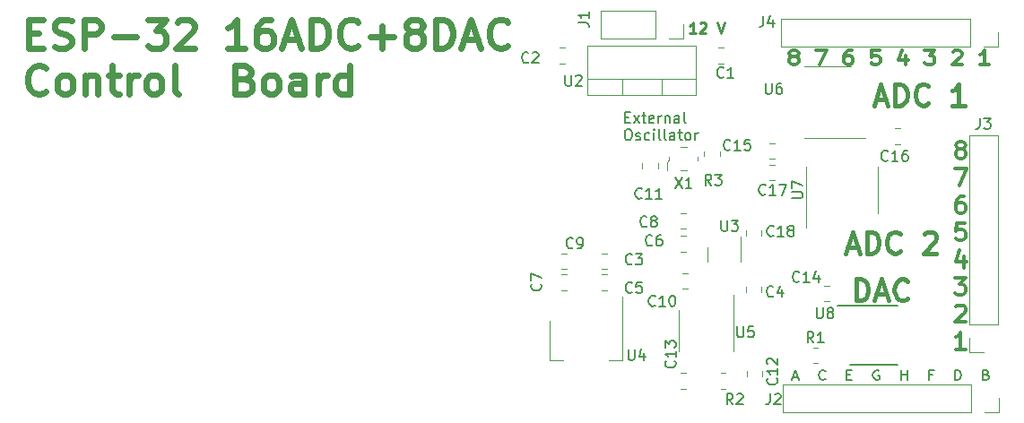
<source format=gbr>
%TF.GenerationSoftware,KiCad,Pcbnew,(6.0.5-0)*%
%TF.CreationDate,2022-06-25T01:47:51+01:00*%
%TF.ProjectId,revised_minh_design,72657669-7365-4645-9f6d-696e685f6465,rev?*%
%TF.SameCoordinates,Original*%
%TF.FileFunction,Legend,Top*%
%TF.FilePolarity,Positive*%
%FSLAX46Y46*%
G04 Gerber Fmt 4.6, Leading zero omitted, Abs format (unit mm)*
G04 Created by KiCad (PCBNEW (6.0.5-0)) date 2022-06-25 01:47:51*
%MOMM*%
%LPD*%
G01*
G04 APERTURE LIST*
%ADD10C,0.400000*%
%ADD11C,0.200000*%
%ADD12C,0.300000*%
%ADD13C,0.150000*%
%ADD14C,0.600000*%
%ADD15C,0.250000*%
%ADD16C,0.120000*%
G04 APERTURE END LIST*
D10*
X128905523Y-62563333D02*
X129857904Y-62563333D01*
X128715047Y-63134761D02*
X129381714Y-61134761D01*
X130048380Y-63134761D01*
X130715047Y-63134761D02*
X130715047Y-61134761D01*
X131191238Y-61134761D01*
X131476952Y-61230000D01*
X131667428Y-61420476D01*
X131762666Y-61610952D01*
X131857904Y-61991904D01*
X131857904Y-62277619D01*
X131762666Y-62658571D01*
X131667428Y-62849047D01*
X131476952Y-63039523D01*
X131191238Y-63134761D01*
X130715047Y-63134761D01*
X133857904Y-62944285D02*
X133762666Y-63039523D01*
X133476952Y-63134761D01*
X133286476Y-63134761D01*
X133000761Y-63039523D01*
X132810285Y-62849047D01*
X132715047Y-62658571D01*
X132619809Y-62277619D01*
X132619809Y-61991904D01*
X132715047Y-61610952D01*
X132810285Y-61420476D01*
X133000761Y-61230000D01*
X133286476Y-61134761D01*
X133476952Y-61134761D01*
X133762666Y-61230000D01*
X133857904Y-61325238D01*
X136143619Y-61325238D02*
X136238857Y-61230000D01*
X136429333Y-61134761D01*
X136905523Y-61134761D01*
X137096000Y-61230000D01*
X137191238Y-61325238D01*
X137286476Y-61515714D01*
X137286476Y-61706190D01*
X137191238Y-61991904D01*
X136048380Y-63134761D01*
X137286476Y-63134761D01*
D11*
X123723523Y-74826000D02*
X124214000Y-74826000D01*
X123625428Y-75083142D02*
X123968761Y-74183142D01*
X124312095Y-75083142D01*
X126813523Y-74997428D02*
X126764476Y-75040285D01*
X126617333Y-75083142D01*
X126519238Y-75083142D01*
X126372095Y-75040285D01*
X126274000Y-74954571D01*
X126224952Y-74868857D01*
X126175904Y-74697428D01*
X126175904Y-74568857D01*
X126224952Y-74397428D01*
X126274000Y-74311714D01*
X126372095Y-74226000D01*
X126519238Y-74183142D01*
X126617333Y-74183142D01*
X126764476Y-74226000D01*
X126813523Y-74268857D01*
X128824476Y-74611714D02*
X129167809Y-74611714D01*
X129314952Y-75083142D02*
X128824476Y-75083142D01*
X128824476Y-74183142D01*
X129314952Y-74183142D01*
X131865428Y-74226000D02*
X131767333Y-74183142D01*
X131620190Y-74183142D01*
X131473047Y-74226000D01*
X131374952Y-74311714D01*
X131325904Y-74397428D01*
X131276857Y-74568857D01*
X131276857Y-74697428D01*
X131325904Y-74868857D01*
X131374952Y-74954571D01*
X131473047Y-75040285D01*
X131620190Y-75083142D01*
X131718285Y-75083142D01*
X131865428Y-75040285D01*
X131914476Y-74997428D01*
X131914476Y-74697428D01*
X131718285Y-74697428D01*
X133925428Y-75083142D02*
X133925428Y-74183142D01*
X133925428Y-74611714D02*
X134514000Y-74611714D01*
X134514000Y-75083142D02*
X134514000Y-74183142D01*
X136917333Y-74611714D02*
X136574000Y-74611714D01*
X136574000Y-75083142D02*
X136574000Y-74183142D01*
X137064476Y-74183142D01*
X139026380Y-75083142D02*
X139026380Y-74183142D01*
X139271619Y-74183142D01*
X139418761Y-74226000D01*
X139516857Y-74311714D01*
X139565904Y-74397428D01*
X139614952Y-74568857D01*
X139614952Y-74697428D01*
X139565904Y-74868857D01*
X139516857Y-74954571D01*
X139418761Y-75040285D01*
X139271619Y-75083142D01*
X139026380Y-75083142D01*
X141969238Y-74611714D02*
X142116380Y-74654571D01*
X142165428Y-74697428D01*
X142214476Y-74783142D01*
X142214476Y-74911714D01*
X142165428Y-74997428D01*
X142116380Y-75040285D01*
X142018285Y-75083142D01*
X141625904Y-75083142D01*
X141625904Y-74183142D01*
X141969238Y-74183142D01*
X142067333Y-74226000D01*
X142116380Y-74268857D01*
X142165428Y-74354571D01*
X142165428Y-74440285D01*
X142116380Y-74526000D01*
X142067333Y-74568857D01*
X141969238Y-74611714D01*
X141625904Y-74611714D01*
D12*
X139420619Y-53277523D02*
X139268238Y-53201333D01*
X139192047Y-53125142D01*
X139115857Y-52972761D01*
X139115857Y-52896571D01*
X139192047Y-52744190D01*
X139268238Y-52668000D01*
X139420619Y-52591809D01*
X139725380Y-52591809D01*
X139877761Y-52668000D01*
X139953952Y-52744190D01*
X140030142Y-52896571D01*
X140030142Y-52972761D01*
X139953952Y-53125142D01*
X139877761Y-53201333D01*
X139725380Y-53277523D01*
X139420619Y-53277523D01*
X139268238Y-53353714D01*
X139192047Y-53429904D01*
X139115857Y-53582285D01*
X139115857Y-53887047D01*
X139192047Y-54039428D01*
X139268238Y-54115619D01*
X139420619Y-54191809D01*
X139725380Y-54191809D01*
X139877761Y-54115619D01*
X139953952Y-54039428D01*
X140030142Y-53887047D01*
X140030142Y-53582285D01*
X139953952Y-53429904D01*
X139877761Y-53353714D01*
X139725380Y-53277523D01*
X139039666Y-55167809D02*
X140106333Y-55167809D01*
X139420619Y-56767809D01*
X139877761Y-57743809D02*
X139573000Y-57743809D01*
X139420619Y-57820000D01*
X139344428Y-57896190D01*
X139192047Y-58124761D01*
X139115857Y-58429523D01*
X139115857Y-59039047D01*
X139192047Y-59191428D01*
X139268238Y-59267619D01*
X139420619Y-59343809D01*
X139725380Y-59343809D01*
X139877761Y-59267619D01*
X139953952Y-59191428D01*
X140030142Y-59039047D01*
X140030142Y-58658095D01*
X139953952Y-58505714D01*
X139877761Y-58429523D01*
X139725380Y-58353333D01*
X139420619Y-58353333D01*
X139268238Y-58429523D01*
X139192047Y-58505714D01*
X139115857Y-58658095D01*
X139953952Y-60319809D02*
X139192047Y-60319809D01*
X139115857Y-61081714D01*
X139192047Y-61005523D01*
X139344428Y-60929333D01*
X139725380Y-60929333D01*
X139877761Y-61005523D01*
X139953952Y-61081714D01*
X140030142Y-61234095D01*
X140030142Y-61615047D01*
X139953952Y-61767428D01*
X139877761Y-61843619D01*
X139725380Y-61919809D01*
X139344428Y-61919809D01*
X139192047Y-61843619D01*
X139115857Y-61767428D01*
X139877761Y-63429142D02*
X139877761Y-64495809D01*
X139496809Y-62819619D02*
X139115857Y-63962476D01*
X140106333Y-63962476D01*
X139039666Y-65471809D02*
X140030142Y-65471809D01*
X139496809Y-66081333D01*
X139725380Y-66081333D01*
X139877761Y-66157523D01*
X139953952Y-66233714D01*
X140030142Y-66386095D01*
X140030142Y-66767047D01*
X139953952Y-66919428D01*
X139877761Y-66995619D01*
X139725380Y-67071809D01*
X139268238Y-67071809D01*
X139115857Y-66995619D01*
X139039666Y-66919428D01*
X139115857Y-68200190D02*
X139192047Y-68124000D01*
X139344428Y-68047809D01*
X139725380Y-68047809D01*
X139877761Y-68124000D01*
X139953952Y-68200190D01*
X140030142Y-68352571D01*
X140030142Y-68504952D01*
X139953952Y-68733523D01*
X139039666Y-69647809D01*
X140030142Y-69647809D01*
X140030142Y-72223809D02*
X139115857Y-72223809D01*
X139573000Y-72223809D02*
X139573000Y-70623809D01*
X139420619Y-70852380D01*
X139268238Y-71004761D01*
X139115857Y-71080952D01*
D10*
X129699047Y-67579761D02*
X129699047Y-65579761D01*
X130175238Y-65579761D01*
X130460952Y-65675000D01*
X130651428Y-65865476D01*
X130746666Y-66055952D01*
X130841904Y-66436904D01*
X130841904Y-66722619D01*
X130746666Y-67103571D01*
X130651428Y-67294047D01*
X130460952Y-67484523D01*
X130175238Y-67579761D01*
X129699047Y-67579761D01*
X131603809Y-67008333D02*
X132556190Y-67008333D01*
X131413333Y-67579761D02*
X132080000Y-65579761D01*
X132746666Y-67579761D01*
X134556190Y-67389285D02*
X134460952Y-67484523D01*
X134175238Y-67579761D01*
X133984761Y-67579761D01*
X133699047Y-67484523D01*
X133508571Y-67294047D01*
X133413333Y-67103571D01*
X133318095Y-66722619D01*
X133318095Y-66436904D01*
X133413333Y-66055952D01*
X133508571Y-65865476D01*
X133699047Y-65675000D01*
X133984761Y-65579761D01*
X134175238Y-65579761D01*
X134460952Y-65675000D01*
X134556190Y-65770238D01*
D13*
X107904595Y-50304571D02*
X108237928Y-50304571D01*
X108380785Y-50828380D02*
X107904595Y-50828380D01*
X107904595Y-49828380D01*
X108380785Y-49828380D01*
X108714119Y-50828380D02*
X109237928Y-50161714D01*
X108714119Y-50161714D02*
X109237928Y-50828380D01*
X109476023Y-50161714D02*
X109856976Y-50161714D01*
X109618880Y-49828380D02*
X109618880Y-50685523D01*
X109666500Y-50780761D01*
X109761738Y-50828380D01*
X109856976Y-50828380D01*
X110571261Y-50780761D02*
X110476023Y-50828380D01*
X110285547Y-50828380D01*
X110190309Y-50780761D01*
X110142690Y-50685523D01*
X110142690Y-50304571D01*
X110190309Y-50209333D01*
X110285547Y-50161714D01*
X110476023Y-50161714D01*
X110571261Y-50209333D01*
X110618880Y-50304571D01*
X110618880Y-50399809D01*
X110142690Y-50495047D01*
X111047452Y-50828380D02*
X111047452Y-50161714D01*
X111047452Y-50352190D02*
X111095071Y-50256952D01*
X111142690Y-50209333D01*
X111237928Y-50161714D01*
X111333166Y-50161714D01*
X111666500Y-50161714D02*
X111666500Y-50828380D01*
X111666500Y-50256952D02*
X111714119Y-50209333D01*
X111809357Y-50161714D01*
X111952214Y-50161714D01*
X112047452Y-50209333D01*
X112095071Y-50304571D01*
X112095071Y-50828380D01*
X112999833Y-50828380D02*
X112999833Y-50304571D01*
X112952214Y-50209333D01*
X112856976Y-50161714D01*
X112666500Y-50161714D01*
X112571261Y-50209333D01*
X112999833Y-50780761D02*
X112904595Y-50828380D01*
X112666500Y-50828380D01*
X112571261Y-50780761D01*
X112523642Y-50685523D01*
X112523642Y-50590285D01*
X112571261Y-50495047D01*
X112666500Y-50447428D01*
X112904595Y-50447428D01*
X112999833Y-50399809D01*
X113618880Y-50828380D02*
X113523642Y-50780761D01*
X113476023Y-50685523D01*
X113476023Y-49828380D01*
X108095071Y-51438380D02*
X108285547Y-51438380D01*
X108380785Y-51486000D01*
X108476023Y-51581238D01*
X108523642Y-51771714D01*
X108523642Y-52105047D01*
X108476023Y-52295523D01*
X108380785Y-52390761D01*
X108285547Y-52438380D01*
X108095071Y-52438380D01*
X107999833Y-52390761D01*
X107904595Y-52295523D01*
X107856976Y-52105047D01*
X107856976Y-51771714D01*
X107904595Y-51581238D01*
X107999833Y-51486000D01*
X108095071Y-51438380D01*
X108904595Y-52390761D02*
X108999833Y-52438380D01*
X109190309Y-52438380D01*
X109285547Y-52390761D01*
X109333166Y-52295523D01*
X109333166Y-52247904D01*
X109285547Y-52152666D01*
X109190309Y-52105047D01*
X109047452Y-52105047D01*
X108952214Y-52057428D01*
X108904595Y-51962190D01*
X108904595Y-51914571D01*
X108952214Y-51819333D01*
X109047452Y-51771714D01*
X109190309Y-51771714D01*
X109285547Y-51819333D01*
X110190309Y-52390761D02*
X110095071Y-52438380D01*
X109904595Y-52438380D01*
X109809357Y-52390761D01*
X109761738Y-52343142D01*
X109714119Y-52247904D01*
X109714119Y-51962190D01*
X109761738Y-51866952D01*
X109809357Y-51819333D01*
X109904595Y-51771714D01*
X110095071Y-51771714D01*
X110190309Y-51819333D01*
X110618880Y-52438380D02*
X110618880Y-51771714D01*
X110618880Y-51438380D02*
X110571261Y-51486000D01*
X110618880Y-51533619D01*
X110666500Y-51486000D01*
X110618880Y-51438380D01*
X110618880Y-51533619D01*
X111237928Y-52438380D02*
X111142690Y-52390761D01*
X111095071Y-52295523D01*
X111095071Y-51438380D01*
X111761738Y-52438380D02*
X111666500Y-52390761D01*
X111618880Y-52295523D01*
X111618880Y-51438380D01*
X112571261Y-52438380D02*
X112571261Y-51914571D01*
X112523642Y-51819333D01*
X112428404Y-51771714D01*
X112237928Y-51771714D01*
X112142690Y-51819333D01*
X112571261Y-52390761D02*
X112476023Y-52438380D01*
X112237928Y-52438380D01*
X112142690Y-52390761D01*
X112095071Y-52295523D01*
X112095071Y-52200285D01*
X112142690Y-52105047D01*
X112237928Y-52057428D01*
X112476023Y-52057428D01*
X112571261Y-52009809D01*
X112904595Y-51771714D02*
X113285547Y-51771714D01*
X113047452Y-51438380D02*
X113047452Y-52295523D01*
X113095071Y-52390761D01*
X113190309Y-52438380D01*
X113285547Y-52438380D01*
X113761738Y-52438380D02*
X113666500Y-52390761D01*
X113618880Y-52343142D01*
X113571261Y-52247904D01*
X113571261Y-51962190D01*
X113618880Y-51866952D01*
X113666500Y-51819333D01*
X113761738Y-51771714D01*
X113904595Y-51771714D01*
X113999833Y-51819333D01*
X114047452Y-51866952D01*
X114095071Y-51962190D01*
X114095071Y-52247904D01*
X114047452Y-52343142D01*
X113999833Y-52390761D01*
X113904595Y-52438380D01*
X113761738Y-52438380D01*
X114523642Y-52438380D02*
X114523642Y-51771714D01*
X114523642Y-51962190D02*
X114571261Y-51866952D01*
X114618880Y-51819333D01*
X114714119Y-51771714D01*
X114809357Y-51771714D01*
D12*
X123699142Y-44549238D02*
X123556285Y-44487333D01*
X123484857Y-44425428D01*
X123413428Y-44301619D01*
X123413428Y-44239714D01*
X123484857Y-44115904D01*
X123556285Y-44054000D01*
X123699142Y-43992095D01*
X123984857Y-43992095D01*
X124127714Y-44054000D01*
X124199142Y-44115904D01*
X124270571Y-44239714D01*
X124270571Y-44301619D01*
X124199142Y-44425428D01*
X124127714Y-44487333D01*
X123984857Y-44549238D01*
X123699142Y-44549238D01*
X123556285Y-44611142D01*
X123484857Y-44673047D01*
X123413428Y-44796857D01*
X123413428Y-45044476D01*
X123484857Y-45168285D01*
X123556285Y-45230190D01*
X123699142Y-45292095D01*
X123984857Y-45292095D01*
X124127714Y-45230190D01*
X124199142Y-45168285D01*
X124270571Y-45044476D01*
X124270571Y-44796857D01*
X124199142Y-44673047D01*
X124127714Y-44611142D01*
X123984857Y-44549238D01*
X125913428Y-43992095D02*
X126913428Y-43992095D01*
X126270571Y-45292095D01*
X129270571Y-43992095D02*
X128984857Y-43992095D01*
X128842000Y-44054000D01*
X128770571Y-44115904D01*
X128627714Y-44301619D01*
X128556285Y-44549238D01*
X128556285Y-45044476D01*
X128627714Y-45168285D01*
X128699142Y-45230190D01*
X128842000Y-45292095D01*
X129127714Y-45292095D01*
X129270571Y-45230190D01*
X129342000Y-45168285D01*
X129413428Y-45044476D01*
X129413428Y-44734952D01*
X129342000Y-44611142D01*
X129270571Y-44549238D01*
X129127714Y-44487333D01*
X128842000Y-44487333D01*
X128699142Y-44549238D01*
X128627714Y-44611142D01*
X128556285Y-44734952D01*
X131913428Y-43992095D02*
X131199142Y-43992095D01*
X131127714Y-44611142D01*
X131199142Y-44549238D01*
X131342000Y-44487333D01*
X131699142Y-44487333D01*
X131842000Y-44549238D01*
X131913428Y-44611142D01*
X131984857Y-44734952D01*
X131984857Y-45044476D01*
X131913428Y-45168285D01*
X131842000Y-45230190D01*
X131699142Y-45292095D01*
X131342000Y-45292095D01*
X131199142Y-45230190D01*
X131127714Y-45168285D01*
X134413428Y-44425428D02*
X134413428Y-45292095D01*
X134056285Y-43930190D02*
X133699142Y-44858761D01*
X134627714Y-44858761D01*
X136199142Y-43992095D02*
X137127714Y-43992095D01*
X136627714Y-44487333D01*
X136842000Y-44487333D01*
X136984857Y-44549238D01*
X137056285Y-44611142D01*
X137127714Y-44734952D01*
X137127714Y-45044476D01*
X137056285Y-45168285D01*
X136984857Y-45230190D01*
X136842000Y-45292095D01*
X136413428Y-45292095D01*
X136270571Y-45230190D01*
X136199142Y-45168285D01*
X138842000Y-44115904D02*
X138913428Y-44054000D01*
X139056285Y-43992095D01*
X139413428Y-43992095D01*
X139556285Y-44054000D01*
X139627714Y-44115904D01*
X139699142Y-44239714D01*
X139699142Y-44363523D01*
X139627714Y-44549238D01*
X138770571Y-45292095D01*
X139699142Y-45292095D01*
X142270571Y-45292095D02*
X141413428Y-45292095D01*
X141842000Y-45292095D02*
X141842000Y-43992095D01*
X141699142Y-44177809D01*
X141556285Y-44301619D01*
X141413428Y-44363523D01*
D14*
X51602666Y-42337642D02*
X52536000Y-42337642D01*
X52936000Y-43751928D02*
X51602666Y-43751928D01*
X51602666Y-41051928D01*
X52936000Y-41051928D01*
X54002666Y-43623357D02*
X54402666Y-43751928D01*
X55069333Y-43751928D01*
X55336000Y-43623357D01*
X55469333Y-43494785D01*
X55602666Y-43237642D01*
X55602666Y-42980500D01*
X55469333Y-42723357D01*
X55336000Y-42594785D01*
X55069333Y-42466214D01*
X54536000Y-42337642D01*
X54269333Y-42209071D01*
X54136000Y-42080500D01*
X54002666Y-41823357D01*
X54002666Y-41566214D01*
X54136000Y-41309071D01*
X54269333Y-41180500D01*
X54536000Y-41051928D01*
X55202666Y-41051928D01*
X55602666Y-41180500D01*
X56802666Y-43751928D02*
X56802666Y-41051928D01*
X57869333Y-41051928D01*
X58136000Y-41180500D01*
X58269333Y-41309071D01*
X58402666Y-41566214D01*
X58402666Y-41951928D01*
X58269333Y-42209071D01*
X58136000Y-42337642D01*
X57869333Y-42466214D01*
X56802666Y-42466214D01*
X59602666Y-42723357D02*
X61736000Y-42723357D01*
X62802666Y-41051928D02*
X64536000Y-41051928D01*
X63602666Y-42080500D01*
X64002666Y-42080500D01*
X64269333Y-42209071D01*
X64402666Y-42337642D01*
X64536000Y-42594785D01*
X64536000Y-43237642D01*
X64402666Y-43494785D01*
X64269333Y-43623357D01*
X64002666Y-43751928D01*
X63202666Y-43751928D01*
X62936000Y-43623357D01*
X62802666Y-43494785D01*
X65602666Y-41309071D02*
X65736000Y-41180500D01*
X66002666Y-41051928D01*
X66669333Y-41051928D01*
X66936000Y-41180500D01*
X67069333Y-41309071D01*
X67202666Y-41566214D01*
X67202666Y-41823357D01*
X67069333Y-42209071D01*
X65469333Y-43751928D01*
X67202666Y-43751928D01*
X72002666Y-43751928D02*
X70402666Y-43751928D01*
X71202666Y-43751928D02*
X71202666Y-41051928D01*
X70936000Y-41437642D01*
X70669333Y-41694785D01*
X70402666Y-41823357D01*
X74402666Y-41051928D02*
X73869333Y-41051928D01*
X73602666Y-41180500D01*
X73469333Y-41309071D01*
X73202666Y-41694785D01*
X73069333Y-42209071D01*
X73069333Y-43237642D01*
X73202666Y-43494785D01*
X73336000Y-43623357D01*
X73602666Y-43751928D01*
X74136000Y-43751928D01*
X74402666Y-43623357D01*
X74536000Y-43494785D01*
X74669333Y-43237642D01*
X74669333Y-42594785D01*
X74536000Y-42337642D01*
X74402666Y-42209071D01*
X74136000Y-42080500D01*
X73602666Y-42080500D01*
X73336000Y-42209071D01*
X73202666Y-42337642D01*
X73069333Y-42594785D01*
X75736000Y-42980500D02*
X77069333Y-42980500D01*
X75469333Y-43751928D02*
X76402666Y-41051928D01*
X77336000Y-43751928D01*
X78269333Y-43751928D02*
X78269333Y-41051928D01*
X78936000Y-41051928D01*
X79336000Y-41180500D01*
X79602666Y-41437642D01*
X79736000Y-41694785D01*
X79869333Y-42209071D01*
X79869333Y-42594785D01*
X79736000Y-43109071D01*
X79602666Y-43366214D01*
X79336000Y-43623357D01*
X78936000Y-43751928D01*
X78269333Y-43751928D01*
X82669333Y-43494785D02*
X82536000Y-43623357D01*
X82136000Y-43751928D01*
X81869333Y-43751928D01*
X81469333Y-43623357D01*
X81202666Y-43366214D01*
X81069333Y-43109071D01*
X80936000Y-42594785D01*
X80936000Y-42209071D01*
X81069333Y-41694785D01*
X81202666Y-41437642D01*
X81469333Y-41180500D01*
X81869333Y-41051928D01*
X82136000Y-41051928D01*
X82536000Y-41180500D01*
X82669333Y-41309071D01*
X83869333Y-42723357D02*
X86002666Y-42723357D01*
X84936000Y-43751928D02*
X84936000Y-41694785D01*
X87736000Y-42209071D02*
X87469333Y-42080500D01*
X87336000Y-41951928D01*
X87202666Y-41694785D01*
X87202666Y-41566214D01*
X87336000Y-41309071D01*
X87469333Y-41180500D01*
X87736000Y-41051928D01*
X88269333Y-41051928D01*
X88536000Y-41180500D01*
X88669333Y-41309071D01*
X88802666Y-41566214D01*
X88802666Y-41694785D01*
X88669333Y-41951928D01*
X88536000Y-42080500D01*
X88269333Y-42209071D01*
X87736000Y-42209071D01*
X87469333Y-42337642D01*
X87336000Y-42466214D01*
X87202666Y-42723357D01*
X87202666Y-43237642D01*
X87336000Y-43494785D01*
X87469333Y-43623357D01*
X87736000Y-43751928D01*
X88269333Y-43751928D01*
X88536000Y-43623357D01*
X88669333Y-43494785D01*
X88802666Y-43237642D01*
X88802666Y-42723357D01*
X88669333Y-42466214D01*
X88536000Y-42337642D01*
X88269333Y-42209071D01*
X90002666Y-43751928D02*
X90002666Y-41051928D01*
X90669333Y-41051928D01*
X91069333Y-41180500D01*
X91336000Y-41437642D01*
X91469333Y-41694785D01*
X91602666Y-42209071D01*
X91602666Y-42594785D01*
X91469333Y-43109071D01*
X91336000Y-43366214D01*
X91069333Y-43623357D01*
X90669333Y-43751928D01*
X90002666Y-43751928D01*
X92669333Y-42980500D02*
X94002666Y-42980500D01*
X92402666Y-43751928D02*
X93336000Y-41051928D01*
X94269333Y-43751928D01*
X96802666Y-43494785D02*
X96669333Y-43623357D01*
X96269333Y-43751928D01*
X96002666Y-43751928D01*
X95602666Y-43623357D01*
X95336000Y-43366214D01*
X95202666Y-43109071D01*
X95069333Y-42594785D01*
X95069333Y-42209071D01*
X95202666Y-41694785D01*
X95336000Y-41437642D01*
X95602666Y-41180500D01*
X96002666Y-41051928D01*
X96269333Y-41051928D01*
X96669333Y-41180500D01*
X96802666Y-41309071D01*
X53202666Y-47841785D02*
X53069333Y-47970357D01*
X52669333Y-48098928D01*
X52402666Y-48098928D01*
X52002666Y-47970357D01*
X51736000Y-47713214D01*
X51602666Y-47456071D01*
X51469333Y-46941785D01*
X51469333Y-46556071D01*
X51602666Y-46041785D01*
X51736000Y-45784642D01*
X52002666Y-45527500D01*
X52402666Y-45398928D01*
X52669333Y-45398928D01*
X53069333Y-45527500D01*
X53202666Y-45656071D01*
X54802666Y-48098928D02*
X54536000Y-47970357D01*
X54402666Y-47841785D01*
X54269333Y-47584642D01*
X54269333Y-46813214D01*
X54402666Y-46556071D01*
X54536000Y-46427500D01*
X54802666Y-46298928D01*
X55202666Y-46298928D01*
X55469333Y-46427500D01*
X55602666Y-46556071D01*
X55736000Y-46813214D01*
X55736000Y-47584642D01*
X55602666Y-47841785D01*
X55469333Y-47970357D01*
X55202666Y-48098928D01*
X54802666Y-48098928D01*
X56936000Y-46298928D02*
X56936000Y-48098928D01*
X56936000Y-46556071D02*
X57069333Y-46427500D01*
X57336000Y-46298928D01*
X57736000Y-46298928D01*
X58002666Y-46427500D01*
X58136000Y-46684642D01*
X58136000Y-48098928D01*
X59069333Y-46298928D02*
X60136000Y-46298928D01*
X59469333Y-45398928D02*
X59469333Y-47713214D01*
X59602666Y-47970357D01*
X59869333Y-48098928D01*
X60136000Y-48098928D01*
X61069333Y-48098928D02*
X61069333Y-46298928D01*
X61069333Y-46813214D02*
X61202666Y-46556071D01*
X61336000Y-46427500D01*
X61602666Y-46298928D01*
X61869333Y-46298928D01*
X63202666Y-48098928D02*
X62936000Y-47970357D01*
X62802666Y-47841785D01*
X62669333Y-47584642D01*
X62669333Y-46813214D01*
X62802666Y-46556071D01*
X62936000Y-46427500D01*
X63202666Y-46298928D01*
X63602666Y-46298928D01*
X63869333Y-46427500D01*
X64002666Y-46556071D01*
X64136000Y-46813214D01*
X64136000Y-47584642D01*
X64002666Y-47841785D01*
X63869333Y-47970357D01*
X63602666Y-48098928D01*
X63202666Y-48098928D01*
X65736000Y-48098928D02*
X65469333Y-47970357D01*
X65336000Y-47713214D01*
X65336000Y-45398928D01*
X72002666Y-46684642D02*
X72402666Y-46813214D01*
X72536000Y-46941785D01*
X72669333Y-47198928D01*
X72669333Y-47584642D01*
X72536000Y-47841785D01*
X72402666Y-47970357D01*
X72136000Y-48098928D01*
X71069333Y-48098928D01*
X71069333Y-45398928D01*
X72002666Y-45398928D01*
X72269333Y-45527500D01*
X72402666Y-45656071D01*
X72536000Y-45913214D01*
X72536000Y-46170357D01*
X72402666Y-46427500D01*
X72269333Y-46556071D01*
X72002666Y-46684642D01*
X71069333Y-46684642D01*
X74269333Y-48098928D02*
X74002666Y-47970357D01*
X73869333Y-47841785D01*
X73736000Y-47584642D01*
X73736000Y-46813214D01*
X73869333Y-46556071D01*
X74002666Y-46427500D01*
X74269333Y-46298928D01*
X74669333Y-46298928D01*
X74936000Y-46427500D01*
X75069333Y-46556071D01*
X75202666Y-46813214D01*
X75202666Y-47584642D01*
X75069333Y-47841785D01*
X74936000Y-47970357D01*
X74669333Y-48098928D01*
X74269333Y-48098928D01*
X77602666Y-48098928D02*
X77602666Y-46684642D01*
X77469333Y-46427500D01*
X77202666Y-46298928D01*
X76669333Y-46298928D01*
X76402666Y-46427500D01*
X77602666Y-47970357D02*
X77336000Y-48098928D01*
X76669333Y-48098928D01*
X76402666Y-47970357D01*
X76269333Y-47713214D01*
X76269333Y-47456071D01*
X76402666Y-47198928D01*
X76669333Y-47070357D01*
X77336000Y-47070357D01*
X77602666Y-46941785D01*
X78936000Y-48098928D02*
X78936000Y-46298928D01*
X78936000Y-46813214D02*
X79069333Y-46556071D01*
X79202666Y-46427500D01*
X79469333Y-46298928D01*
X79736000Y-46298928D01*
X81869333Y-48098928D02*
X81869333Y-45398928D01*
X81869333Y-47970357D02*
X81602666Y-48098928D01*
X81069333Y-48098928D01*
X80802666Y-47970357D01*
X80669333Y-47841785D01*
X80536000Y-47584642D01*
X80536000Y-46813214D01*
X80669333Y-46556071D01*
X80802666Y-46427500D01*
X81069333Y-46298928D01*
X81602666Y-46298928D01*
X81869333Y-46427500D01*
D10*
X131572523Y-48593333D02*
X132524904Y-48593333D01*
X131382047Y-49164761D02*
X132048714Y-47164761D01*
X132715380Y-49164761D01*
X133382047Y-49164761D02*
X133382047Y-47164761D01*
X133858238Y-47164761D01*
X134143952Y-47260000D01*
X134334428Y-47450476D01*
X134429666Y-47640952D01*
X134524904Y-48021904D01*
X134524904Y-48307619D01*
X134429666Y-48688571D01*
X134334428Y-48879047D01*
X134143952Y-49069523D01*
X133858238Y-49164761D01*
X133382047Y-49164761D01*
X136524904Y-48974285D02*
X136429666Y-49069523D01*
X136143952Y-49164761D01*
X135953476Y-49164761D01*
X135667761Y-49069523D01*
X135477285Y-48879047D01*
X135382047Y-48688571D01*
X135286809Y-48307619D01*
X135286809Y-48021904D01*
X135382047Y-47640952D01*
X135477285Y-47450476D01*
X135667761Y-47260000D01*
X135953476Y-47164761D01*
X136143952Y-47164761D01*
X136429666Y-47260000D01*
X136524904Y-47355238D01*
X139953476Y-49164761D02*
X138810619Y-49164761D01*
X139382047Y-49164761D02*
X139382047Y-47164761D01*
X139191571Y-47450476D01*
X139001095Y-47640952D01*
X138810619Y-47736190D01*
D15*
X114570000Y-42362380D02*
X113998571Y-42362380D01*
X114284285Y-42362380D02*
X114284285Y-41362380D01*
X114189047Y-41505238D01*
X114093809Y-41600476D01*
X113998571Y-41648095D01*
X114950952Y-41457619D02*
X114998571Y-41410000D01*
X115093809Y-41362380D01*
X115331904Y-41362380D01*
X115427142Y-41410000D01*
X115474761Y-41457619D01*
X115522380Y-41552857D01*
X115522380Y-41648095D01*
X115474761Y-41790952D01*
X114903333Y-42362380D01*
X115522380Y-42362380D01*
X116570000Y-41362380D02*
X116903333Y-42362380D01*
X117236666Y-41362380D01*
D13*
%TO.C,U6*%
X121158095Y-47077380D02*
X121158095Y-47886904D01*
X121205714Y-47982142D01*
X121253333Y-48029761D01*
X121348571Y-48077380D01*
X121539047Y-48077380D01*
X121634285Y-48029761D01*
X121681904Y-47982142D01*
X121729523Y-47886904D01*
X121729523Y-47077380D01*
X122634285Y-47077380D02*
X122443809Y-47077380D01*
X122348571Y-47125000D01*
X122300952Y-47172619D01*
X122205714Y-47315476D01*
X122158095Y-47505952D01*
X122158095Y-47886904D01*
X122205714Y-47982142D01*
X122253333Y-48029761D01*
X122348571Y-48077380D01*
X122539047Y-48077380D01*
X122634285Y-48029761D01*
X122681904Y-47982142D01*
X122729523Y-47886904D01*
X122729523Y-47648809D01*
X122681904Y-47553571D01*
X122634285Y-47505952D01*
X122539047Y-47458333D01*
X122348571Y-47458333D01*
X122253333Y-47505952D01*
X122205714Y-47553571D01*
X122158095Y-47648809D01*
%TO.C,C18*%
X121912142Y-61444142D02*
X121864523Y-61491761D01*
X121721666Y-61539380D01*
X121626428Y-61539380D01*
X121483571Y-61491761D01*
X121388333Y-61396523D01*
X121340714Y-61301285D01*
X121293095Y-61110809D01*
X121293095Y-60967952D01*
X121340714Y-60777476D01*
X121388333Y-60682238D01*
X121483571Y-60587000D01*
X121626428Y-60539380D01*
X121721666Y-60539380D01*
X121864523Y-60587000D01*
X121912142Y-60634619D01*
X122864523Y-61539380D02*
X122293095Y-61539380D01*
X122578809Y-61539380D02*
X122578809Y-60539380D01*
X122483571Y-60682238D01*
X122388333Y-60777476D01*
X122293095Y-60825095D01*
X123435952Y-60967952D02*
X123340714Y-60920333D01*
X123293095Y-60872714D01*
X123245476Y-60777476D01*
X123245476Y-60729857D01*
X123293095Y-60634619D01*
X123340714Y-60587000D01*
X123435952Y-60539380D01*
X123626428Y-60539380D01*
X123721666Y-60587000D01*
X123769285Y-60634619D01*
X123816904Y-60729857D01*
X123816904Y-60777476D01*
X123769285Y-60872714D01*
X123721666Y-60920333D01*
X123626428Y-60967952D01*
X123435952Y-60967952D01*
X123340714Y-61015571D01*
X123293095Y-61063190D01*
X123245476Y-61158428D01*
X123245476Y-61348904D01*
X123293095Y-61444142D01*
X123340714Y-61491761D01*
X123435952Y-61539380D01*
X123626428Y-61539380D01*
X123721666Y-61491761D01*
X123769285Y-61444142D01*
X123816904Y-61348904D01*
X123816904Y-61158428D01*
X123769285Y-61063190D01*
X123721666Y-61015571D01*
X123626428Y-60967952D01*
%TO.C,C13*%
X112568142Y-73327857D02*
X112615761Y-73375476D01*
X112663380Y-73518333D01*
X112663380Y-73613571D01*
X112615761Y-73756428D01*
X112520523Y-73851666D01*
X112425285Y-73899285D01*
X112234809Y-73946904D01*
X112091952Y-73946904D01*
X111901476Y-73899285D01*
X111806238Y-73851666D01*
X111711000Y-73756428D01*
X111663380Y-73613571D01*
X111663380Y-73518333D01*
X111711000Y-73375476D01*
X111758619Y-73327857D01*
X112663380Y-72375476D02*
X112663380Y-72946904D01*
X112663380Y-72661190D02*
X111663380Y-72661190D01*
X111806238Y-72756428D01*
X111901476Y-72851666D01*
X111949095Y-72946904D01*
X111663380Y-72042142D02*
X111663380Y-71423095D01*
X112044333Y-71756428D01*
X112044333Y-71613571D01*
X112091952Y-71518333D01*
X112139571Y-71470714D01*
X112234809Y-71423095D01*
X112472904Y-71423095D01*
X112568142Y-71470714D01*
X112615761Y-71518333D01*
X112663380Y-71613571D01*
X112663380Y-71899285D01*
X112615761Y-71994523D01*
X112568142Y-72042142D01*
%TO.C,J4*%
X120951666Y-40727380D02*
X120951666Y-41441666D01*
X120904047Y-41584523D01*
X120808809Y-41679761D01*
X120665952Y-41727380D01*
X120570714Y-41727380D01*
X121856428Y-41060714D02*
X121856428Y-41727380D01*
X121618333Y-40679761D02*
X121380238Y-41394047D01*
X121999285Y-41394047D01*
%TO.C,U7*%
X123649380Y-57911904D02*
X124458904Y-57911904D01*
X124554142Y-57864285D01*
X124601761Y-57816666D01*
X124649380Y-57721428D01*
X124649380Y-57530952D01*
X124601761Y-57435714D01*
X124554142Y-57388095D01*
X124458904Y-57340476D01*
X123649380Y-57340476D01*
X123649380Y-56959523D02*
X123649380Y-56292857D01*
X124649380Y-56721428D01*
%TO.C,C11*%
X109466142Y-57888142D02*
X109418523Y-57935761D01*
X109275666Y-57983380D01*
X109180428Y-57983380D01*
X109037571Y-57935761D01*
X108942333Y-57840523D01*
X108894714Y-57745285D01*
X108847095Y-57554809D01*
X108847095Y-57411952D01*
X108894714Y-57221476D01*
X108942333Y-57126238D01*
X109037571Y-57031000D01*
X109180428Y-56983380D01*
X109275666Y-56983380D01*
X109418523Y-57031000D01*
X109466142Y-57078619D01*
X110418523Y-57983380D02*
X109847095Y-57983380D01*
X110132809Y-57983380D02*
X110132809Y-56983380D01*
X110037571Y-57126238D01*
X109942333Y-57221476D01*
X109847095Y-57269095D01*
X111370904Y-57983380D02*
X110799476Y-57983380D01*
X111085190Y-57983380D02*
X111085190Y-56983380D01*
X110989952Y-57126238D01*
X110894714Y-57221476D01*
X110799476Y-57269095D01*
%TO.C,C8*%
X109942333Y-60555142D02*
X109894714Y-60602761D01*
X109751857Y-60650380D01*
X109656619Y-60650380D01*
X109513761Y-60602761D01*
X109418523Y-60507523D01*
X109370904Y-60412285D01*
X109323285Y-60221809D01*
X109323285Y-60078952D01*
X109370904Y-59888476D01*
X109418523Y-59793238D01*
X109513761Y-59698000D01*
X109656619Y-59650380D01*
X109751857Y-59650380D01*
X109894714Y-59698000D01*
X109942333Y-59745619D01*
X110513761Y-60078952D02*
X110418523Y-60031333D01*
X110370904Y-59983714D01*
X110323285Y-59888476D01*
X110323285Y-59840857D01*
X110370904Y-59745619D01*
X110418523Y-59698000D01*
X110513761Y-59650380D01*
X110704238Y-59650380D01*
X110799476Y-59698000D01*
X110847095Y-59745619D01*
X110894714Y-59840857D01*
X110894714Y-59888476D01*
X110847095Y-59983714D01*
X110799476Y-60031333D01*
X110704238Y-60078952D01*
X110513761Y-60078952D01*
X110418523Y-60126571D01*
X110370904Y-60174190D01*
X110323285Y-60269428D01*
X110323285Y-60459904D01*
X110370904Y-60555142D01*
X110418523Y-60602761D01*
X110513761Y-60650380D01*
X110704238Y-60650380D01*
X110799476Y-60602761D01*
X110847095Y-60555142D01*
X110894714Y-60459904D01*
X110894714Y-60269428D01*
X110847095Y-60174190D01*
X110799476Y-60126571D01*
X110704238Y-60078952D01*
%TO.C,U4*%
X108204095Y-72223380D02*
X108204095Y-73032904D01*
X108251714Y-73128142D01*
X108299333Y-73175761D01*
X108394571Y-73223380D01*
X108585047Y-73223380D01*
X108680285Y-73175761D01*
X108727904Y-73128142D01*
X108775523Y-73032904D01*
X108775523Y-72223380D01*
X109680285Y-72556714D02*
X109680285Y-73223380D01*
X109442190Y-72175761D02*
X109204095Y-72890047D01*
X109823142Y-72890047D01*
%TO.C,C2*%
X98766333Y-45061142D02*
X98718714Y-45108761D01*
X98575857Y-45156380D01*
X98480619Y-45156380D01*
X98337761Y-45108761D01*
X98242523Y-45013523D01*
X98194904Y-44918285D01*
X98147285Y-44727809D01*
X98147285Y-44584952D01*
X98194904Y-44394476D01*
X98242523Y-44299238D01*
X98337761Y-44204000D01*
X98480619Y-44156380D01*
X98575857Y-44156380D01*
X98718714Y-44204000D01*
X98766333Y-44251619D01*
X99147285Y-44251619D02*
X99194904Y-44204000D01*
X99290142Y-44156380D01*
X99528238Y-44156380D01*
X99623476Y-44204000D01*
X99671095Y-44251619D01*
X99718714Y-44346857D01*
X99718714Y-44442095D01*
X99671095Y-44584952D01*
X99099666Y-45156380D01*
X99718714Y-45156380D01*
%TO.C,R2*%
X118070333Y-77414380D02*
X117737000Y-76938190D01*
X117498904Y-77414380D02*
X117498904Y-76414380D01*
X117879857Y-76414380D01*
X117975095Y-76462000D01*
X118022714Y-76509619D01*
X118070333Y-76604857D01*
X118070333Y-76747714D01*
X118022714Y-76842952D01*
X117975095Y-76890571D01*
X117879857Y-76938190D01*
X117498904Y-76938190D01*
X118451285Y-76509619D02*
X118498904Y-76462000D01*
X118594142Y-76414380D01*
X118832238Y-76414380D01*
X118927476Y-76462000D01*
X118975095Y-76509619D01*
X119022714Y-76604857D01*
X119022714Y-76700095D01*
X118975095Y-76842952D01*
X118403666Y-77414380D01*
X119022714Y-77414380D01*
%TO.C,C3*%
X108545333Y-64111142D02*
X108497714Y-64158761D01*
X108354857Y-64206380D01*
X108259619Y-64206380D01*
X108116761Y-64158761D01*
X108021523Y-64063523D01*
X107973904Y-63968285D01*
X107926285Y-63777809D01*
X107926285Y-63634952D01*
X107973904Y-63444476D01*
X108021523Y-63349238D01*
X108116761Y-63254000D01*
X108259619Y-63206380D01*
X108354857Y-63206380D01*
X108497714Y-63254000D01*
X108545333Y-63301619D01*
X108878666Y-63206380D02*
X109497714Y-63206380D01*
X109164380Y-63587333D01*
X109307238Y-63587333D01*
X109402476Y-63634952D01*
X109450095Y-63682571D01*
X109497714Y-63777809D01*
X109497714Y-64015904D01*
X109450095Y-64111142D01*
X109402476Y-64158761D01*
X109307238Y-64206380D01*
X109021523Y-64206380D01*
X108926285Y-64158761D01*
X108878666Y-64111142D01*
%TO.C,J3*%
X141398666Y-50379380D02*
X141398666Y-51093666D01*
X141351047Y-51236523D01*
X141255809Y-51331761D01*
X141112952Y-51379380D01*
X141017714Y-51379380D01*
X141779619Y-50379380D02*
X142398666Y-50379380D01*
X142065333Y-50760333D01*
X142208190Y-50760333D01*
X142303428Y-50807952D01*
X142351047Y-50855571D01*
X142398666Y-50950809D01*
X142398666Y-51188904D01*
X142351047Y-51284142D01*
X142303428Y-51331761D01*
X142208190Y-51379380D01*
X141922476Y-51379380D01*
X141827238Y-51331761D01*
X141779619Y-51284142D01*
%TO.C,C14*%
X124346642Y-65762142D02*
X124299023Y-65809761D01*
X124156166Y-65857380D01*
X124060928Y-65857380D01*
X123918071Y-65809761D01*
X123822833Y-65714523D01*
X123775214Y-65619285D01*
X123727595Y-65428809D01*
X123727595Y-65285952D01*
X123775214Y-65095476D01*
X123822833Y-65000238D01*
X123918071Y-64905000D01*
X124060928Y-64857380D01*
X124156166Y-64857380D01*
X124299023Y-64905000D01*
X124346642Y-64952619D01*
X125299023Y-65857380D02*
X124727595Y-65857380D01*
X125013309Y-65857380D02*
X125013309Y-64857380D01*
X124918071Y-65000238D01*
X124822833Y-65095476D01*
X124727595Y-65143095D01*
X126156166Y-65190714D02*
X126156166Y-65857380D01*
X125918071Y-64809761D02*
X125679976Y-65524047D01*
X126299023Y-65524047D01*
%TO.C,C12*%
X122185642Y-74954357D02*
X122233261Y-75001976D01*
X122280880Y-75144833D01*
X122280880Y-75240071D01*
X122233261Y-75382928D01*
X122138023Y-75478166D01*
X122042785Y-75525785D01*
X121852309Y-75573404D01*
X121709452Y-75573404D01*
X121518976Y-75525785D01*
X121423738Y-75478166D01*
X121328500Y-75382928D01*
X121280880Y-75240071D01*
X121280880Y-75144833D01*
X121328500Y-75001976D01*
X121376119Y-74954357D01*
X122280880Y-74001976D02*
X122280880Y-74573404D01*
X122280880Y-74287690D02*
X121280880Y-74287690D01*
X121423738Y-74382928D01*
X121518976Y-74478166D01*
X121566595Y-74573404D01*
X121376119Y-73621023D02*
X121328500Y-73573404D01*
X121280880Y-73478166D01*
X121280880Y-73240071D01*
X121328500Y-73144833D01*
X121376119Y-73097214D01*
X121471357Y-73049595D01*
X121566595Y-73049595D01*
X121709452Y-73097214D01*
X122280880Y-73668642D01*
X122280880Y-73049595D01*
%TO.C,C17*%
X121150142Y-57536142D02*
X121102523Y-57583761D01*
X120959666Y-57631380D01*
X120864428Y-57631380D01*
X120721571Y-57583761D01*
X120626333Y-57488523D01*
X120578714Y-57393285D01*
X120531095Y-57202809D01*
X120531095Y-57059952D01*
X120578714Y-56869476D01*
X120626333Y-56774238D01*
X120721571Y-56679000D01*
X120864428Y-56631380D01*
X120959666Y-56631380D01*
X121102523Y-56679000D01*
X121150142Y-56726619D01*
X122102523Y-57631380D02*
X121531095Y-57631380D01*
X121816809Y-57631380D02*
X121816809Y-56631380D01*
X121721571Y-56774238D01*
X121626333Y-56869476D01*
X121531095Y-56917095D01*
X122435857Y-56631380D02*
X123102523Y-56631380D01*
X122673952Y-57631380D01*
%TO.C,U3*%
X116967095Y-60031380D02*
X116967095Y-60840904D01*
X117014714Y-60936142D01*
X117062333Y-60983761D01*
X117157571Y-61031380D01*
X117348047Y-61031380D01*
X117443285Y-60983761D01*
X117490904Y-60936142D01*
X117538523Y-60840904D01*
X117538523Y-60031380D01*
X117919476Y-60031380D02*
X118538523Y-60031380D01*
X118205190Y-60412333D01*
X118348047Y-60412333D01*
X118443285Y-60459952D01*
X118490904Y-60507571D01*
X118538523Y-60602809D01*
X118538523Y-60840904D01*
X118490904Y-60936142D01*
X118443285Y-60983761D01*
X118348047Y-61031380D01*
X118062333Y-61031380D01*
X117967095Y-60983761D01*
X117919476Y-60936142D01*
%TO.C,C7*%
X99912642Y-66046666D02*
X99960261Y-66094285D01*
X100007880Y-66237142D01*
X100007880Y-66332380D01*
X99960261Y-66475238D01*
X99865023Y-66570476D01*
X99769785Y-66618095D01*
X99579309Y-66665714D01*
X99436452Y-66665714D01*
X99245976Y-66618095D01*
X99150738Y-66570476D01*
X99055500Y-66475238D01*
X99007880Y-66332380D01*
X99007880Y-66237142D01*
X99055500Y-66094285D01*
X99103119Y-66046666D01*
X99007880Y-65713333D02*
X99007880Y-65046666D01*
X100007880Y-65475238D01*
%TO.C,U5*%
X118491095Y-70064380D02*
X118491095Y-70873904D01*
X118538714Y-70969142D01*
X118586333Y-71016761D01*
X118681571Y-71064380D01*
X118872047Y-71064380D01*
X118967285Y-71016761D01*
X119014904Y-70969142D01*
X119062523Y-70873904D01*
X119062523Y-70064380D01*
X120014904Y-70064380D02*
X119538714Y-70064380D01*
X119491095Y-70540571D01*
X119538714Y-70492952D01*
X119633952Y-70445333D01*
X119872047Y-70445333D01*
X119967285Y-70492952D01*
X120014904Y-70540571D01*
X120062523Y-70635809D01*
X120062523Y-70873904D01*
X120014904Y-70969142D01*
X119967285Y-71016761D01*
X119872047Y-71064380D01*
X119633952Y-71064380D01*
X119538714Y-71016761D01*
X119491095Y-70969142D01*
%TO.C,C1*%
X117181333Y-46458142D02*
X117133714Y-46505761D01*
X116990857Y-46553380D01*
X116895619Y-46553380D01*
X116752761Y-46505761D01*
X116657523Y-46410523D01*
X116609904Y-46315285D01*
X116562285Y-46124809D01*
X116562285Y-45981952D01*
X116609904Y-45791476D01*
X116657523Y-45696238D01*
X116752761Y-45601000D01*
X116895619Y-45553380D01*
X116990857Y-45553380D01*
X117133714Y-45601000D01*
X117181333Y-45648619D01*
X118133714Y-46553380D02*
X117562285Y-46553380D01*
X117848000Y-46553380D02*
X117848000Y-45553380D01*
X117752761Y-45696238D01*
X117657523Y-45791476D01*
X117562285Y-45839095D01*
%TO.C,U2*%
X102235095Y-46315380D02*
X102235095Y-47124904D01*
X102282714Y-47220142D01*
X102330333Y-47267761D01*
X102425571Y-47315380D01*
X102616047Y-47315380D01*
X102711285Y-47267761D01*
X102758904Y-47220142D01*
X102806523Y-47124904D01*
X102806523Y-46315380D01*
X103235095Y-46410619D02*
X103282714Y-46363000D01*
X103377952Y-46315380D01*
X103616047Y-46315380D01*
X103711285Y-46363000D01*
X103758904Y-46410619D01*
X103806523Y-46505857D01*
X103806523Y-46601095D01*
X103758904Y-46743952D01*
X103187476Y-47315380D01*
X103806523Y-47315380D01*
%TO.C,C9*%
X102957333Y-62587142D02*
X102909714Y-62634761D01*
X102766857Y-62682380D01*
X102671619Y-62682380D01*
X102528761Y-62634761D01*
X102433523Y-62539523D01*
X102385904Y-62444285D01*
X102338285Y-62253809D01*
X102338285Y-62110952D01*
X102385904Y-61920476D01*
X102433523Y-61825238D01*
X102528761Y-61730000D01*
X102671619Y-61682380D01*
X102766857Y-61682380D01*
X102909714Y-61730000D01*
X102957333Y-61777619D01*
X103433523Y-62682380D02*
X103624000Y-62682380D01*
X103719238Y-62634761D01*
X103766857Y-62587142D01*
X103862095Y-62444285D01*
X103909714Y-62253809D01*
X103909714Y-61872857D01*
X103862095Y-61777619D01*
X103814476Y-61730000D01*
X103719238Y-61682380D01*
X103528761Y-61682380D01*
X103433523Y-61730000D01*
X103385904Y-61777619D01*
X103338285Y-61872857D01*
X103338285Y-62110952D01*
X103385904Y-62206190D01*
X103433523Y-62253809D01*
X103528761Y-62301428D01*
X103719238Y-62301428D01*
X103814476Y-62253809D01*
X103862095Y-62206190D01*
X103909714Y-62110952D01*
%TO.C,C5*%
X108545333Y-66778142D02*
X108497714Y-66825761D01*
X108354857Y-66873380D01*
X108259619Y-66873380D01*
X108116761Y-66825761D01*
X108021523Y-66730523D01*
X107973904Y-66635285D01*
X107926285Y-66444809D01*
X107926285Y-66301952D01*
X107973904Y-66111476D01*
X108021523Y-66016238D01*
X108116761Y-65921000D01*
X108259619Y-65873380D01*
X108354857Y-65873380D01*
X108497714Y-65921000D01*
X108545333Y-65968619D01*
X109450095Y-65873380D02*
X108973904Y-65873380D01*
X108926285Y-66349571D01*
X108973904Y-66301952D01*
X109069142Y-66254333D01*
X109307238Y-66254333D01*
X109402476Y-66301952D01*
X109450095Y-66349571D01*
X109497714Y-66444809D01*
X109497714Y-66682904D01*
X109450095Y-66778142D01*
X109402476Y-66825761D01*
X109307238Y-66873380D01*
X109069142Y-66873380D01*
X108973904Y-66825761D01*
X108926285Y-66778142D01*
%TO.C,C16*%
X132707142Y-54332142D02*
X132659523Y-54379761D01*
X132516666Y-54427380D01*
X132421428Y-54427380D01*
X132278571Y-54379761D01*
X132183333Y-54284523D01*
X132135714Y-54189285D01*
X132088095Y-53998809D01*
X132088095Y-53855952D01*
X132135714Y-53665476D01*
X132183333Y-53570238D01*
X132278571Y-53475000D01*
X132421428Y-53427380D01*
X132516666Y-53427380D01*
X132659523Y-53475000D01*
X132707142Y-53522619D01*
X133659523Y-54427380D02*
X133088095Y-54427380D01*
X133373809Y-54427380D02*
X133373809Y-53427380D01*
X133278571Y-53570238D01*
X133183333Y-53665476D01*
X133088095Y-53713095D01*
X134516666Y-53427380D02*
X134326190Y-53427380D01*
X134230952Y-53475000D01*
X134183333Y-53522619D01*
X134088095Y-53665476D01*
X134040476Y-53855952D01*
X134040476Y-54236904D01*
X134088095Y-54332142D01*
X134135714Y-54379761D01*
X134230952Y-54427380D01*
X134421428Y-54427380D01*
X134516666Y-54379761D01*
X134564285Y-54332142D01*
X134611904Y-54236904D01*
X134611904Y-53998809D01*
X134564285Y-53903571D01*
X134516666Y-53855952D01*
X134421428Y-53808333D01*
X134230952Y-53808333D01*
X134135714Y-53855952D01*
X134088095Y-53903571D01*
X134040476Y-53998809D01*
%TO.C,R1*%
X125690333Y-71573380D02*
X125357000Y-71097190D01*
X125118904Y-71573380D02*
X125118904Y-70573380D01*
X125499857Y-70573380D01*
X125595095Y-70621000D01*
X125642714Y-70668619D01*
X125690333Y-70763857D01*
X125690333Y-70906714D01*
X125642714Y-71001952D01*
X125595095Y-71049571D01*
X125499857Y-71097190D01*
X125118904Y-71097190D01*
X126642714Y-71573380D02*
X126071285Y-71573380D01*
X126357000Y-71573380D02*
X126357000Y-70573380D01*
X126261761Y-70716238D01*
X126166523Y-70811476D01*
X126071285Y-70859095D01*
%TO.C,J2*%
X121586666Y-76414380D02*
X121586666Y-77128666D01*
X121539047Y-77271523D01*
X121443809Y-77366761D01*
X121300952Y-77414380D01*
X121205714Y-77414380D01*
X122015238Y-76509619D02*
X122062857Y-76462000D01*
X122158095Y-76414380D01*
X122396190Y-76414380D01*
X122491428Y-76462000D01*
X122539047Y-76509619D01*
X122586666Y-76604857D01*
X122586666Y-76700095D01*
X122539047Y-76842952D01*
X121967619Y-77414380D01*
X122586666Y-77414380D01*
%TO.C,U8*%
X125984095Y-68286380D02*
X125984095Y-69095904D01*
X126031714Y-69191142D01*
X126079333Y-69238761D01*
X126174571Y-69286380D01*
X126365047Y-69286380D01*
X126460285Y-69238761D01*
X126507904Y-69191142D01*
X126555523Y-69095904D01*
X126555523Y-68286380D01*
X127174571Y-68714952D02*
X127079333Y-68667333D01*
X127031714Y-68619714D01*
X126984095Y-68524476D01*
X126984095Y-68476857D01*
X127031714Y-68381619D01*
X127079333Y-68334000D01*
X127174571Y-68286380D01*
X127365047Y-68286380D01*
X127460285Y-68334000D01*
X127507904Y-68381619D01*
X127555523Y-68476857D01*
X127555523Y-68524476D01*
X127507904Y-68619714D01*
X127460285Y-68667333D01*
X127365047Y-68714952D01*
X127174571Y-68714952D01*
X127079333Y-68762571D01*
X127031714Y-68810190D01*
X126984095Y-68905428D01*
X126984095Y-69095904D01*
X127031714Y-69191142D01*
X127079333Y-69238761D01*
X127174571Y-69286380D01*
X127365047Y-69286380D01*
X127460285Y-69238761D01*
X127507904Y-69191142D01*
X127555523Y-69095904D01*
X127555523Y-68905428D01*
X127507904Y-68810190D01*
X127460285Y-68762571D01*
X127365047Y-68714952D01*
%TO.C,J1*%
X103465380Y-41354333D02*
X104179666Y-41354333D01*
X104322523Y-41401952D01*
X104417761Y-41497190D01*
X104465380Y-41640047D01*
X104465380Y-41735285D01*
X104465380Y-40354333D02*
X104465380Y-40925761D01*
X104465380Y-40640047D02*
X103465380Y-40640047D01*
X103608238Y-40735285D01*
X103703476Y-40830523D01*
X103751095Y-40925761D01*
%TO.C,C6*%
X110450333Y-62333142D02*
X110402714Y-62380761D01*
X110259857Y-62428380D01*
X110164619Y-62428380D01*
X110021761Y-62380761D01*
X109926523Y-62285523D01*
X109878904Y-62190285D01*
X109831285Y-61999809D01*
X109831285Y-61856952D01*
X109878904Y-61666476D01*
X109926523Y-61571238D01*
X110021761Y-61476000D01*
X110164619Y-61428380D01*
X110259857Y-61428380D01*
X110402714Y-61476000D01*
X110450333Y-61523619D01*
X111307476Y-61428380D02*
X111117000Y-61428380D01*
X111021761Y-61476000D01*
X110974142Y-61523619D01*
X110878904Y-61666476D01*
X110831285Y-61856952D01*
X110831285Y-62237904D01*
X110878904Y-62333142D01*
X110926523Y-62380761D01*
X111021761Y-62428380D01*
X111212238Y-62428380D01*
X111307476Y-62380761D01*
X111355095Y-62333142D01*
X111402714Y-62237904D01*
X111402714Y-61999809D01*
X111355095Y-61904571D01*
X111307476Y-61856952D01*
X111212238Y-61809333D01*
X111021761Y-61809333D01*
X110926523Y-61856952D01*
X110878904Y-61904571D01*
X110831285Y-61999809D01*
%TO.C,R3*%
X116038333Y-56713380D02*
X115705000Y-56237190D01*
X115466904Y-56713380D02*
X115466904Y-55713380D01*
X115847857Y-55713380D01*
X115943095Y-55761000D01*
X115990714Y-55808619D01*
X116038333Y-55903857D01*
X116038333Y-56046714D01*
X115990714Y-56141952D01*
X115943095Y-56189571D01*
X115847857Y-56237190D01*
X115466904Y-56237190D01*
X116371666Y-55713380D02*
X116990714Y-55713380D01*
X116657380Y-56094333D01*
X116800238Y-56094333D01*
X116895476Y-56141952D01*
X116943095Y-56189571D01*
X116990714Y-56284809D01*
X116990714Y-56522904D01*
X116943095Y-56618142D01*
X116895476Y-56665761D01*
X116800238Y-56713380D01*
X116514523Y-56713380D01*
X116419285Y-56665761D01*
X116371666Y-56618142D01*
%TO.C,C10*%
X110736142Y-68048142D02*
X110688523Y-68095761D01*
X110545666Y-68143380D01*
X110450428Y-68143380D01*
X110307571Y-68095761D01*
X110212333Y-68000523D01*
X110164714Y-67905285D01*
X110117095Y-67714809D01*
X110117095Y-67571952D01*
X110164714Y-67381476D01*
X110212333Y-67286238D01*
X110307571Y-67191000D01*
X110450428Y-67143380D01*
X110545666Y-67143380D01*
X110688523Y-67191000D01*
X110736142Y-67238619D01*
X111688523Y-68143380D02*
X111117095Y-68143380D01*
X111402809Y-68143380D02*
X111402809Y-67143380D01*
X111307571Y-67286238D01*
X111212333Y-67381476D01*
X111117095Y-67429095D01*
X112307571Y-67143380D02*
X112402809Y-67143380D01*
X112498047Y-67191000D01*
X112545666Y-67238619D01*
X112593285Y-67333857D01*
X112640904Y-67524333D01*
X112640904Y-67762428D01*
X112593285Y-67952904D01*
X112545666Y-68048142D01*
X112498047Y-68095761D01*
X112402809Y-68143380D01*
X112307571Y-68143380D01*
X112212333Y-68095761D01*
X112164714Y-68048142D01*
X112117095Y-67952904D01*
X112069476Y-67762428D01*
X112069476Y-67524333D01*
X112117095Y-67333857D01*
X112164714Y-67238619D01*
X112212333Y-67191000D01*
X112307571Y-67143380D01*
%TO.C,C15*%
X117826642Y-53316142D02*
X117779023Y-53363761D01*
X117636166Y-53411380D01*
X117540928Y-53411380D01*
X117398071Y-53363761D01*
X117302833Y-53268523D01*
X117255214Y-53173285D01*
X117207595Y-52982809D01*
X117207595Y-52839952D01*
X117255214Y-52649476D01*
X117302833Y-52554238D01*
X117398071Y-52459000D01*
X117540928Y-52411380D01*
X117636166Y-52411380D01*
X117779023Y-52459000D01*
X117826642Y-52506619D01*
X118779023Y-53411380D02*
X118207595Y-53411380D01*
X118493309Y-53411380D02*
X118493309Y-52411380D01*
X118398071Y-52554238D01*
X118302833Y-52649476D01*
X118207595Y-52697095D01*
X119683785Y-52411380D02*
X119207595Y-52411380D01*
X119159976Y-52887571D01*
X119207595Y-52839952D01*
X119302833Y-52792333D01*
X119540928Y-52792333D01*
X119636166Y-52839952D01*
X119683785Y-52887571D01*
X119731404Y-52982809D01*
X119731404Y-53220904D01*
X119683785Y-53316142D01*
X119636166Y-53363761D01*
X119540928Y-53411380D01*
X119302833Y-53411380D01*
X119207595Y-53363761D01*
X119159976Y-53316142D01*
%TO.C,C4*%
X121880333Y-67159142D02*
X121832714Y-67206761D01*
X121689857Y-67254380D01*
X121594619Y-67254380D01*
X121451761Y-67206761D01*
X121356523Y-67111523D01*
X121308904Y-67016285D01*
X121261285Y-66825809D01*
X121261285Y-66682952D01*
X121308904Y-66492476D01*
X121356523Y-66397238D01*
X121451761Y-66302000D01*
X121594619Y-66254380D01*
X121689857Y-66254380D01*
X121832714Y-66302000D01*
X121880333Y-66349619D01*
X122737476Y-66587714D02*
X122737476Y-67254380D01*
X122499380Y-66206761D02*
X122261285Y-66921047D01*
X122880333Y-66921047D01*
%TO.C,X1*%
X112601476Y-55967380D02*
X113268142Y-56967380D01*
X113268142Y-55967380D02*
X112601476Y-56967380D01*
X114172904Y-56967380D02*
X113601476Y-56967380D01*
X113887190Y-56967380D02*
X113887190Y-55967380D01*
X113791952Y-56110238D01*
X113696714Y-56205476D01*
X113601476Y-56253095D01*
D16*
%TO.C,U6*%
X127000000Y-52280000D02*
X130600000Y-52280000D01*
X127000000Y-45510000D02*
X129200000Y-45510000D01*
X127000000Y-45510000D02*
X124800000Y-45510000D01*
X127000000Y-52280000D02*
X124800000Y-52280000D01*
%TO.C,C18*%
X120750000Y-60952748D02*
X120750000Y-61475252D01*
X119280000Y-60952748D02*
X119280000Y-61475252D01*
%TO.C,C13*%
X113672252Y-74450000D02*
X113149748Y-74450000D01*
X113672252Y-75920000D02*
X113149748Y-75920000D01*
%TO.C,J4*%
X143062000Y-43621000D02*
X141732000Y-43621000D01*
X140462000Y-43621000D02*
X122622000Y-43621000D01*
X122622000Y-40961000D02*
X122622000Y-43621000D01*
X140462000Y-40961000D02*
X140462000Y-43621000D01*
X140462000Y-40961000D02*
X122622000Y-40961000D01*
X143062000Y-42291000D02*
X143062000Y-43621000D01*
%TO.C,U7*%
X131782000Y-57150000D02*
X131782000Y-59350000D01*
X131782000Y-57150000D02*
X131782000Y-54950000D01*
X125012000Y-57150000D02*
X125012000Y-54950000D01*
X125012000Y-57150000D02*
X125012000Y-60750000D01*
%TO.C,C11*%
X110971000Y-55125252D02*
X110971000Y-54602748D01*
X109501000Y-55125252D02*
X109501000Y-54602748D01*
%TO.C,C8*%
X113672252Y-59336000D02*
X113149748Y-59336000D01*
X113672252Y-60806000D02*
X113149748Y-60806000D01*
%TO.C,U4*%
X100785500Y-73284000D02*
X102045500Y-73284000D01*
X107605500Y-67274000D02*
X107605500Y-73284000D01*
X107605500Y-73284000D02*
X106345500Y-73284000D01*
X100785500Y-69524000D02*
X100785500Y-73284000D01*
%TO.C,C2*%
X102242252Y-43715000D02*
X101719748Y-43715000D01*
X102242252Y-45185000D02*
X101719748Y-45185000D01*
%TO.C,R2*%
X116929436Y-74450000D02*
X117383564Y-74450000D01*
X116929436Y-75920000D02*
X117383564Y-75920000D01*
%TO.C,C3*%
X106179252Y-63145000D02*
X105656748Y-63145000D01*
X106179252Y-64615000D02*
X105656748Y-64615000D01*
%TO.C,J3*%
X143062000Y-69850000D02*
X140402000Y-69850000D01*
X140402000Y-72450000D02*
X140402000Y-71120000D01*
X143062000Y-69850000D02*
X143062000Y-52010000D01*
X141732000Y-72450000D02*
X140402000Y-72450000D01*
X140402000Y-69850000D02*
X140402000Y-52010000D01*
X143062000Y-52010000D02*
X140402000Y-52010000D01*
%TO.C,C14*%
X127155752Y-66194000D02*
X126633248Y-66194000D01*
X127155752Y-67664000D02*
X126633248Y-67664000D01*
%TO.C,C12*%
X119393500Y-74810252D02*
X119393500Y-74287748D01*
X120863500Y-74810252D02*
X120863500Y-74287748D01*
%TO.C,C17*%
X122054252Y-54764000D02*
X121531748Y-54764000D01*
X122054252Y-56234000D02*
X121531748Y-56234000D01*
%TO.C,U3*%
X118781000Y-63246000D02*
X118781000Y-61571000D01*
X118781000Y-63246000D02*
X118781000Y-63896000D01*
X115661000Y-63246000D02*
X115661000Y-63896000D01*
X115661000Y-63246000D02*
X115661000Y-62596000D01*
%TO.C,C7*%
X101894248Y-65145000D02*
X102416752Y-65145000D01*
X101894248Y-66615000D02*
X102416752Y-66615000D01*
%TO.C,U5*%
X118116500Y-70485000D02*
X118116500Y-72435000D01*
X118116500Y-70485000D02*
X118116500Y-67035000D01*
X112996500Y-70485000D02*
X112996500Y-68535000D01*
X112996500Y-70485000D02*
X112996500Y-72435000D01*
%TO.C,C1*%
X116705748Y-45185000D02*
X117228252Y-45185000D01*
X116705748Y-43715000D02*
X117228252Y-43715000D01*
%TO.C,U2*%
X104354000Y-48172000D02*
X104354000Y-43531000D01*
X114594000Y-48172000D02*
X104354000Y-48172000D01*
X114594000Y-46662000D02*
X104354000Y-46662000D01*
X114594000Y-43531000D02*
X104354000Y-43531000D01*
X114594000Y-48172000D02*
X114594000Y-43531000D01*
X111324000Y-48172000D02*
X111324000Y-46662000D01*
X107623000Y-48172000D02*
X107623000Y-46662000D01*
%TO.C,C9*%
X101894248Y-63145000D02*
X102416752Y-63145000D01*
X101894248Y-64615000D02*
X102416752Y-64615000D01*
%TO.C,C5*%
X106179252Y-66615000D02*
X105656748Y-66615000D01*
X106179252Y-65145000D02*
X105656748Y-65145000D01*
%TO.C,C16*%
X133342748Y-51335000D02*
X133865252Y-51335000D01*
X133342748Y-52805000D02*
X133865252Y-52805000D01*
%TO.C,R1*%
X125629936Y-73506000D02*
X126084064Y-73506000D01*
X125629936Y-72036000D02*
X126084064Y-72036000D01*
%TO.C,J2*%
X140589000Y-75505000D02*
X140589000Y-78165000D01*
X122749000Y-75505000D02*
X122749000Y-78165000D01*
X143189000Y-76835000D02*
X143189000Y-78165000D01*
X140589000Y-78165000D02*
X122749000Y-78165000D01*
X143189000Y-78165000D02*
X141859000Y-78165000D01*
X140589000Y-75505000D02*
X122749000Y-75505000D01*
D13*
%TO.C,U8*%
X129095000Y-73651500D02*
X133595000Y-73651500D01*
X127970000Y-68101500D02*
X133595000Y-68101500D01*
D16*
%TO.C,J1*%
X113344000Y-41529000D02*
X113344000Y-42859000D01*
X110744000Y-40199000D02*
X110744000Y-42859000D01*
X110744000Y-40199000D02*
X105604000Y-40199000D01*
X110744000Y-42859000D02*
X105604000Y-42859000D01*
X105604000Y-40199000D02*
X105604000Y-42859000D01*
X113344000Y-42859000D02*
X112014000Y-42859000D01*
%TO.C,C6*%
X113672252Y-62965000D02*
X113149748Y-62965000D01*
X113672252Y-61495000D02*
X113149748Y-61495000D01*
%TO.C,R3*%
X116813000Y-53493936D02*
X116813000Y-53948064D01*
X115343000Y-53493936D02*
X115343000Y-53948064D01*
%TO.C,C10*%
X113820752Y-66520000D02*
X113298248Y-66520000D01*
X113820752Y-65050000D02*
X113298248Y-65050000D01*
%TO.C,C15*%
X122054252Y-54202000D02*
X121531748Y-54202000D01*
X122054252Y-52732000D02*
X121531748Y-52732000D01*
%TO.C,C4*%
X120750000Y-66286748D02*
X120750000Y-66809252D01*
X119280000Y-66286748D02*
X119280000Y-66809252D01*
%TO.C,X1*%
X111851000Y-54609000D02*
X111851000Y-55299000D01*
X113731000Y-55339000D02*
X113091000Y-55339000D01*
X114771000Y-54399000D02*
X114771000Y-54059000D01*
X113731000Y-53119000D02*
X113091000Y-53119000D01*
X112051000Y-54389000D02*
X112051000Y-54059000D01*
X112051000Y-54388999D02*
G75*
G03*
X111851000Y-54609000I120002J-310002D01*
G01*
%TD*%
M02*

</source>
